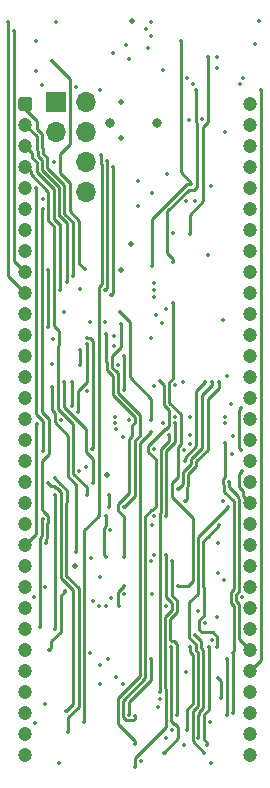
<source format=gbr>
G04 #@! TF.GenerationSoftware,KiCad,Pcbnew,(5.1.2)-1*
G04 #@! TF.CreationDate,2019-12-23T21:44:57-05:00*
G04 #@! TF.ProjectId,C64CPLA,43363443-504c-4412-9e6b-696361645f70,rev?*
G04 #@! TF.SameCoordinates,Original*
G04 #@! TF.FileFunction,Copper,L3,Inr*
G04 #@! TF.FilePolarity,Positive*
%FSLAX46Y46*%
G04 Gerber Fmt 4.6, Leading zero omitted, Abs format (unit mm)*
G04 Created by KiCad (PCBNEW (5.1.2)-1) date 2019-12-23 21:44:57*
%MOMM*%
%LPD*%
G04 APERTURE LIST*
%ADD10R,1.700000X1.700000*%
%ADD11O,1.700000X1.700000*%
%ADD12C,1.200000*%
%ADD13C,0.100000*%
%ADD14C,0.350000*%
%ADD15C,0.500000*%
%ADD16C,0.800000*%
%ADD17C,0.280000*%
%ADD18C,0.250000*%
G04 APERTURE END LIST*
D10*
X96583500Y-50673000D03*
D11*
X99123500Y-50673000D03*
X96583500Y-53213000D03*
X99123500Y-53213000D03*
X99123500Y-55753000D03*
X99123500Y-58293000D03*
D12*
X113030000Y-50800000D03*
D13*
G36*
X94309405Y-50201445D02*
G01*
X94338527Y-50205764D01*
X94367085Y-50212918D01*
X94394805Y-50222836D01*
X94421419Y-50235424D01*
X94446671Y-50250559D01*
X94470318Y-50268097D01*
X94492132Y-50287868D01*
X94511903Y-50309682D01*
X94529441Y-50333329D01*
X94544576Y-50358581D01*
X94557164Y-50385195D01*
X94567082Y-50412915D01*
X94574236Y-50441473D01*
X94578555Y-50470595D01*
X94580000Y-50500000D01*
X94580000Y-51100000D01*
X94578555Y-51129405D01*
X94574236Y-51158527D01*
X94567082Y-51187085D01*
X94557164Y-51214805D01*
X94544576Y-51241419D01*
X94529441Y-51266671D01*
X94511903Y-51290318D01*
X94492132Y-51312132D01*
X94470318Y-51331903D01*
X94446671Y-51349441D01*
X94421419Y-51364576D01*
X94394805Y-51377164D01*
X94367085Y-51387082D01*
X94338527Y-51394236D01*
X94309405Y-51398555D01*
X94280000Y-51400000D01*
X93680000Y-51400000D01*
X93650595Y-51398555D01*
X93621473Y-51394236D01*
X93592915Y-51387082D01*
X93565195Y-51377164D01*
X93538581Y-51364576D01*
X93513329Y-51349441D01*
X93489682Y-51331903D01*
X93467868Y-51312132D01*
X93448097Y-51290318D01*
X93430559Y-51266671D01*
X93415424Y-51241419D01*
X93402836Y-51214805D01*
X93392918Y-51187085D01*
X93385764Y-51158527D01*
X93381445Y-51129405D01*
X93380000Y-51100000D01*
X93380000Y-50500000D01*
X93381445Y-50470595D01*
X93385764Y-50441473D01*
X93392918Y-50412915D01*
X93402836Y-50385195D01*
X93415424Y-50358581D01*
X93430559Y-50333329D01*
X93448097Y-50309682D01*
X93467868Y-50287868D01*
X93489682Y-50268097D01*
X93513329Y-50250559D01*
X93538581Y-50235424D01*
X93565195Y-50222836D01*
X93592915Y-50212918D01*
X93621473Y-50205764D01*
X93650595Y-50201445D01*
X93680000Y-50200000D01*
X94280000Y-50200000D01*
X94309405Y-50201445D01*
X94309405Y-50201445D01*
G37*
D12*
X93980000Y-50800000D03*
X113030000Y-52578000D03*
X93980000Y-52578000D03*
X113030000Y-54356000D03*
X93980000Y-54356000D03*
X113030000Y-56134000D03*
X93980000Y-56134000D03*
X113030000Y-57912000D03*
X93980000Y-57912000D03*
X113030000Y-59690000D03*
X93980000Y-59690000D03*
X113030000Y-61468000D03*
X93980000Y-61468000D03*
X113030000Y-63246000D03*
X93980000Y-63246000D03*
X113030000Y-65024000D03*
X93980000Y-65024000D03*
X113030000Y-66802000D03*
X93980000Y-66802000D03*
X113030000Y-68580000D03*
X93980000Y-68580000D03*
X113030000Y-70358000D03*
X93980000Y-70358000D03*
X113030000Y-72136000D03*
X93980000Y-72136000D03*
X113030000Y-73914000D03*
X93980000Y-73914000D03*
X113030000Y-75692000D03*
X93980000Y-75692000D03*
X113030000Y-77470000D03*
X93980000Y-77470000D03*
X113030000Y-79248000D03*
X93980000Y-79248000D03*
X113030000Y-81026000D03*
X93980000Y-81026000D03*
X113030000Y-82804000D03*
X93980000Y-82804000D03*
X113030000Y-84582000D03*
X93980000Y-84582000D03*
X113030000Y-86360000D03*
X93980000Y-86360000D03*
X113030000Y-88138000D03*
X93980000Y-88138000D03*
X113030000Y-89916000D03*
X93980000Y-89916000D03*
X113030000Y-91694000D03*
X93980000Y-91694000D03*
X113030000Y-93472000D03*
X93980000Y-93472000D03*
X113030000Y-95250000D03*
X93980000Y-95250000D03*
X113030000Y-97028000D03*
X93980000Y-97028000D03*
X113030000Y-98806000D03*
X93980000Y-98806000D03*
X113030000Y-100584000D03*
X93980000Y-100584000D03*
X113030000Y-102362000D03*
X93980000Y-102362000D03*
X113030000Y-104140000D03*
X93980000Y-104140000D03*
X113030000Y-105918000D03*
X93980000Y-105918000D03*
D14*
X110299500Y-99441000D03*
X102235000Y-99885500D03*
X111379000Y-76200000D03*
X100330000Y-98298000D03*
X101854000Y-72898000D03*
X103505000Y-59436000D03*
X96266000Y-72834500D03*
X103505000Y-57340500D03*
X102732840Y-77543660D03*
X110553500Y-101092000D03*
X113792000Y-43766500D03*
D15*
X102997000Y-43830000D03*
X102933500Y-62674500D03*
D14*
X105981500Y-56769000D03*
X94899480Y-48008540D03*
X105633520Y-47922180D03*
X110744000Y-69088000D03*
X96329500Y-70675500D03*
X107569000Y-98869500D03*
X100330000Y-99949000D03*
X103759000Y-106426000D03*
X96837500Y-106616500D03*
X104711500Y-92265500D03*
X101663500Y-99314000D03*
X111061500Y-73850500D03*
X100330000Y-90868500D03*
X97282000Y-68453000D03*
X110871000Y-53213000D03*
X108966000Y-52070000D03*
X107823000Y-52197000D03*
X101155500Y-86868000D03*
X98552000Y-81915000D03*
X106490000Y-61721500D03*
X107590000Y-59034000D03*
X107315000Y-74358500D03*
X105671010Y-77843990D03*
X104644190Y-70610730D03*
D16*
X105092500Y-52451000D03*
X101155500Y-52451000D03*
D14*
X111506000Y-80454500D03*
X104711500Y-58356500D03*
X113432040Y-45765000D03*
X102537260Y-45847000D03*
X107442000Y-105092500D03*
D15*
X100882250Y-82188250D03*
X102108000Y-50673000D03*
X102108000Y-53657500D03*
X102108000Y-64833500D03*
X98171000Y-89916000D03*
D14*
X101536500Y-77343000D03*
X98298000Y-88773000D03*
X96202500Y-74739500D03*
X101536500Y-77851000D03*
X96393000Y-55753000D03*
X101663500Y-78359000D03*
X95440500Y-58864500D03*
X104711500Y-64516000D03*
X108045250Y-57562750D03*
X94903500Y-45507700D03*
X107124500Y-45466000D03*
X93054999Y-44604499D03*
X109474000Y-63627000D03*
X98996500Y-64770000D03*
X96266000Y-47180500D03*
X95186500Y-95059500D03*
X95440500Y-85979000D03*
X99441000Y-97282000D03*
X111093250Y-97821750D03*
X111093250Y-102520750D03*
X112395000Y-48577500D03*
X107632500Y-48577500D03*
X102743000Y-46990000D03*
X110236000Y-47752000D03*
X107886500Y-61785500D03*
X109474000Y-46863000D03*
X101409500Y-46489999D03*
X98593000Y-66443500D03*
X100330000Y-49657000D03*
X110236000Y-46863000D03*
X111252000Y-82804000D03*
X104635300Y-97790000D03*
X102755700Y-102514400D03*
X112141000Y-49085500D03*
X108140500Y-49085500D03*
X97625500Y-103949500D03*
X96456500Y-82486500D03*
X98298000Y-49339500D03*
X104330500Y-46101000D03*
X96583500Y-43878500D03*
X104584500Y-45085000D03*
X97453500Y-102171500D03*
X95885000Y-82867500D03*
X104203500Y-44450000D03*
X95405002Y-49177002D03*
X99631500Y-80010000D03*
X104902000Y-85725000D03*
X104902000Y-80010000D03*
X99187000Y-70612000D03*
X92554998Y-43850498D03*
X104612502Y-43850498D03*
X106680000Y-77343000D03*
X105918000Y-85725000D03*
X106680000Y-77843001D03*
X101981000Y-68389500D03*
X104648000Y-77533500D03*
X102362000Y-72136000D03*
X102362000Y-74993500D03*
X94996000Y-77914500D03*
X96964500Y-77533500D03*
X99123500Y-81534000D03*
X96520000Y-95250000D03*
X96520000Y-83947000D03*
X99173000Y-83947000D03*
X101028500Y-83947000D03*
X101028500Y-84963000D03*
X100203000Y-85661500D03*
X98940999Y-103144699D03*
X109643801Y-103144699D03*
X100393500Y-55118000D03*
X102362000Y-89154000D03*
X100774500Y-70294500D03*
X95885000Y-69659500D03*
X95885000Y-64833500D03*
X104648000Y-89535000D03*
X104838500Y-65976500D03*
X105854500Y-104457500D03*
X98044000Y-65341500D03*
X104838500Y-89027000D03*
X104838500Y-66548000D03*
X105346500Y-101155500D03*
X97472500Y-65849500D03*
X104711500Y-86487000D03*
X104838500Y-67119500D03*
X109388000Y-105115000D03*
X109494320Y-96774000D03*
X96901000Y-66548000D03*
X110680500Y-84455000D03*
X95440500Y-59690000D03*
X110331250Y-87979250D03*
X95726250Y-87979250D03*
X107378500Y-80137000D03*
X95440500Y-80200500D03*
X94905001Y-57939499D03*
X110921500Y-79515000D03*
X111594900Y-102362000D03*
X100971350Y-97783650D03*
X95636510Y-101657990D03*
X105219500Y-101854000D03*
X111569500Y-97282000D03*
X105918000Y-68135500D03*
X101473000Y-70421500D03*
X98417001Y-76919199D03*
X94678500Y-92583000D03*
X99192459Y-71178041D03*
X109664500Y-57785000D03*
X108331000Y-58991500D03*
X105029000Y-68643500D03*
X101473000Y-71310500D03*
X100774500Y-93281500D03*
X102298500Y-84963000D03*
X105537000Y-69342000D03*
X102108000Y-69405500D03*
X107505500Y-84455000D03*
X110340000Y-74318000D03*
X109791500Y-74358500D03*
X106870500Y-83439000D03*
X104860090Y-74697590D03*
X112268000Y-76581000D03*
X112268000Y-80137000D03*
X111125000Y-84963000D03*
X109093000Y-105727500D03*
X107505500Y-81026000D03*
X109220000Y-74358500D03*
X105410000Y-74295000D03*
X103255701Y-102611299D03*
X100203000Y-93281500D03*
X110761401Y-91079699D03*
X110871000Y-77343000D03*
X106680000Y-74612500D03*
X103251000Y-104965500D03*
X104648000Y-78549500D03*
X107942500Y-77350500D03*
X111569500Y-78930500D03*
X110363000Y-86487000D03*
X110248700Y-96761300D03*
X107886500Y-96774000D03*
X107632500Y-103822500D03*
X110871000Y-77851000D03*
X99695000Y-92925900D03*
X110261400Y-90563700D03*
X105867200Y-93332300D03*
X107886500Y-79629000D03*
X102336600Y-91592400D03*
X101930200Y-93306900D03*
X107886500Y-78867000D03*
X100711000Y-66548000D03*
X101274501Y-92677359D03*
X100901500Y-55626000D03*
X101219000Y-66992500D03*
X102328549Y-92324351D03*
X101409500Y-56134000D03*
X98615500Y-72898000D03*
X98615500Y-71628000D03*
X102235000Y-78994000D03*
X97917000Y-74358500D03*
X97917000Y-76390500D03*
X97282000Y-74358500D03*
X99695000Y-82931000D03*
X112331500Y-81915000D03*
X99441000Y-69278500D03*
X100774500Y-85661500D03*
X100774500Y-89154000D03*
X109664500Y-106616500D03*
X105854500Y-89027000D03*
X103281990Y-106964990D03*
X106418999Y-103815499D03*
X106359960Y-89535000D03*
X106832210Y-102590790D03*
X94767400Y-103251000D03*
X95686501Y-91698701D03*
X100711000Y-69278500D03*
X106489500Y-67627500D03*
X106934000Y-91630500D03*
X108585000Y-93726000D03*
X110236000Y-94234000D03*
X109220000Y-94742000D03*
X106489500Y-64198500D03*
X108465999Y-49674401D03*
X113955001Y-49620999D03*
X108641000Y-104465000D03*
X108376720Y-95758000D03*
X106172000Y-78867000D03*
X105346500Y-100584000D03*
X97345500Y-92075000D03*
X96012000Y-97028000D03*
X109748699Y-96223199D03*
X105727500Y-105727500D03*
X106326511Y-96771889D03*
X112331500Y-92583000D03*
X99194620Y-75087480D03*
X99504500Y-89281000D03*
D17*
X110553500Y-99695000D02*
X110299500Y-99441000D01*
X110553500Y-101092000D02*
X110553500Y-99695000D01*
D18*
X98298000Y-88773000D02*
X98298000Y-83121500D01*
X98298000Y-83037412D02*
X97593990Y-82333402D01*
X98298000Y-83121500D02*
X98298000Y-83037412D01*
X96464499Y-76950821D02*
X96202500Y-76688822D01*
X96464499Y-77773501D02*
X96464499Y-76950821D01*
X97593990Y-82333402D02*
X97593990Y-78902992D01*
X97593990Y-78902992D02*
X96464499Y-77773501D01*
X96202500Y-76688822D02*
X96202500Y-74739500D01*
X96202500Y-74739500D02*
X96202500Y-74739500D01*
X107797763Y-57562750D02*
X108045250Y-57562750D01*
X107668840Y-57562750D02*
X107797763Y-57562750D01*
X104711500Y-60520090D02*
X107668840Y-57562750D01*
X104711500Y-64516000D02*
X104711500Y-60520090D01*
X108045250Y-57499250D02*
X107124500Y-56578500D01*
X108045250Y-57562750D02*
X108045250Y-57499250D01*
X107124500Y-56578500D02*
X107124500Y-45466000D01*
X107124500Y-45466000D02*
X107124500Y-45466000D01*
X93054999Y-64098999D02*
X93054999Y-44604499D01*
X93980000Y-65024000D02*
X93054999Y-64098999D01*
X93054999Y-44604499D02*
X93054999Y-44604499D01*
X96266000Y-47180500D02*
X96266000Y-47180500D01*
X98552000Y-60721868D02*
X98552000Y-64325500D01*
X97740541Y-59910409D02*
X98552000Y-60721868D01*
X98552000Y-64325500D02*
X98996500Y-64770000D01*
X97758501Y-48673001D02*
X97758501Y-54196999D01*
X96266000Y-47180500D02*
X97758501Y-48673001D01*
X97758501Y-54196999D02*
X96893001Y-55062499D01*
X96893001Y-56641857D02*
X97740540Y-57489396D01*
X96893001Y-55062499D02*
X96893001Y-56641857D01*
X97740540Y-57489396D02*
X97740541Y-59910409D01*
X95186500Y-95059500D02*
X95186500Y-87693500D01*
X95186500Y-87693500D02*
X95186500Y-87567910D01*
X95186500Y-87567910D02*
X95355011Y-87399399D01*
X95355011Y-87399399D02*
X95355011Y-86064489D01*
X95355011Y-86064489D02*
X95440500Y-85979000D01*
X111093250Y-97821750D02*
X111093250Y-102520750D01*
X108995261Y-52780741D02*
X109474000Y-52302002D01*
X108995261Y-59067241D02*
X108995261Y-52780741D01*
X107886500Y-61785500D02*
X107886500Y-60176002D01*
X107886500Y-60176002D02*
X108995261Y-59067241D01*
X109474000Y-52302002D02*
X109474000Y-49085500D01*
X109474000Y-49085500D02*
X109474000Y-46863000D01*
X104635300Y-97790000D02*
X104635300Y-98037487D01*
X104635300Y-98037487D02*
X104635300Y-99466400D01*
X104635300Y-99466400D02*
X104635300Y-99593400D01*
X104635300Y-99593400D02*
X102755700Y-101473000D01*
X102755700Y-101473000D02*
X102755700Y-102514400D01*
X102755700Y-102514400D02*
X102755700Y-102514400D01*
X111252000Y-83248500D02*
X111252000Y-82804000D01*
X111979991Y-83976491D02*
X111252000Y-83248500D01*
X111979991Y-84168401D02*
X111979991Y-83976491D01*
X112077500Y-84265910D02*
X111979991Y-84168401D01*
X112104999Y-96102999D02*
X112104999Y-93154500D01*
X113030000Y-97028000D02*
X112104999Y-96102999D01*
X112104999Y-93154500D02*
X111831499Y-92881000D01*
X111831499Y-92881000D02*
X111831499Y-92342999D01*
X111831499Y-92342999D02*
X112077500Y-92096998D01*
X112077500Y-92096998D02*
X112077500Y-84265910D01*
X97625500Y-102739502D02*
X98490989Y-101874013D01*
X98490989Y-101874013D02*
X98490989Y-92075000D01*
X98490989Y-92075000D02*
X98490988Y-91816568D01*
X98490988Y-91816568D02*
X97420020Y-90745600D01*
X97470011Y-84527909D02*
X97470010Y-83520598D01*
X97420020Y-90745600D02*
X97420020Y-84577900D01*
X97420020Y-84577900D02*
X97470011Y-84527909D01*
X97470010Y-83520598D02*
X96922456Y-82973044D01*
X97625500Y-103949500D02*
X97625500Y-102739502D01*
X96922456Y-82973044D02*
X96922456Y-82952456D01*
X96922456Y-82952456D02*
X96456500Y-82486500D01*
X96456500Y-82486500D02*
X96456500Y-82486500D01*
X96583500Y-83312000D02*
X96398510Y-83127010D01*
X97020001Y-83706999D02*
X96625002Y-83312000D01*
X96625002Y-83312000D02*
X96583500Y-83312000D01*
X98040979Y-101584021D02*
X98040979Y-92002969D01*
X97453500Y-102171500D02*
X98040979Y-101584021D01*
X98040979Y-92002969D02*
X96970010Y-90932000D01*
X96970010Y-90932000D02*
X96970010Y-84391500D01*
X96970010Y-84391500D02*
X97020001Y-84341509D01*
X97020001Y-84341509D02*
X97020001Y-83706999D01*
X96398510Y-83127010D02*
X96144510Y-83127010D01*
X96144510Y-83127010D02*
X95885000Y-82867500D01*
X95885000Y-82867500D02*
X95885000Y-82867500D01*
X99695000Y-77216000D02*
X99695000Y-79946500D01*
X99695000Y-79946500D02*
X99631500Y-80010000D01*
X99695000Y-70872513D02*
X99695000Y-71056500D01*
X99434487Y-70612000D02*
X99695000Y-70872513D01*
X99187000Y-70612000D02*
X99434487Y-70612000D01*
X99695000Y-71056500D02*
X99695000Y-77216000D01*
X92554998Y-65376998D02*
X92554998Y-43850498D01*
X93980000Y-66802000D02*
X92554998Y-65376998D01*
X92554998Y-43850498D02*
X92554998Y-43850498D01*
X105918000Y-85725000D02*
X105918001Y-80221087D01*
X105918001Y-80221087D02*
X106680000Y-79459088D01*
X106680000Y-79459088D02*
X106680000Y-78041500D01*
X106680000Y-78041500D02*
X106680000Y-77843001D01*
X106680000Y-77843001D02*
X106680000Y-77843001D01*
X104648000Y-75755500D02*
X104648000Y-77533500D01*
X102862001Y-73969501D02*
X104648000Y-75755500D01*
X101981000Y-68389500D02*
X102862001Y-69270501D01*
X102862001Y-69270501D02*
X102862001Y-73969501D01*
X102362000Y-72136000D02*
X102362000Y-74993500D01*
X102362000Y-74993500D02*
X102362000Y-74993500D01*
X94905001Y-87212999D02*
X94905001Y-78005499D01*
X93980000Y-88138000D02*
X94905001Y-87212999D01*
X94905001Y-78005499D02*
X94996000Y-77914500D01*
X94996000Y-77914500D02*
X94996000Y-77914500D01*
X96520000Y-95250000D02*
X96520000Y-83947000D01*
X96520000Y-83947000D02*
X96520000Y-83947000D01*
X99173000Y-83276002D02*
X98044000Y-82147002D01*
X99173000Y-83947000D02*
X99173000Y-83276002D01*
X98044000Y-82147002D02*
X98044000Y-77893912D01*
X96781999Y-76631911D02*
X96781999Y-71280503D01*
X98044000Y-77893912D02*
X96781999Y-76631911D01*
X96781999Y-71280503D02*
X96837500Y-71225002D01*
X96837500Y-70040500D02*
X96837500Y-70421500D01*
X96393000Y-69596000D02*
X96837500Y-70040500D01*
X96393000Y-61166498D02*
X96393000Y-69596000D01*
X95940501Y-58234997D02*
X95940501Y-60713999D01*
X96837500Y-71225002D02*
X96837500Y-70421500D01*
X93980000Y-56134000D02*
X94107000Y-56134000D01*
X94107000Y-56134000D02*
X94482490Y-56509490D01*
X95940501Y-60713999D02*
X96393000Y-61166498D01*
X94482490Y-56509490D02*
X94482490Y-56776986D01*
X94482490Y-56776986D02*
X95940501Y-58234997D01*
X101028500Y-83947000D02*
X101028500Y-84963000D01*
X100203000Y-85661500D02*
X100203000Y-85661500D01*
X98940999Y-86923501D02*
X98940999Y-103144699D01*
X100203000Y-85661500D02*
X98940999Y-86923501D01*
X98940999Y-103144699D02*
X98940999Y-103144699D01*
X100203000Y-66500000D02*
X100203000Y-85661500D01*
X100203000Y-66294000D02*
X100203000Y-66500000D01*
X100451490Y-66045510D02*
X100203000Y-66294000D01*
X100451490Y-55915992D02*
X100451490Y-66045510D01*
X100393500Y-55118000D02*
X100393500Y-55858002D01*
X100393500Y-55858002D02*
X100451490Y-55915992D01*
X100774500Y-70294500D02*
X100774500Y-70294500D01*
X102362000Y-85788500D02*
X102362000Y-89154000D01*
X103232841Y-77303659D02*
X103232841Y-77783661D01*
X101403990Y-73824402D02*
X101403991Y-75474809D01*
X100774500Y-70294500D02*
X100774500Y-72580500D01*
X100903990Y-73324402D02*
X101403990Y-73824402D01*
X100903989Y-72709989D02*
X100903990Y-73324402D01*
X100774500Y-72580500D02*
X100903989Y-72709989D01*
X101403991Y-75474809D02*
X103232841Y-77303659D01*
X103232841Y-77783661D02*
X102975002Y-78041500D01*
X102975002Y-78041500D02*
X102975002Y-78949678D01*
X101798499Y-84722999D02*
X101798499Y-85224999D01*
X102975002Y-78949678D02*
X102785269Y-79139411D01*
X102785269Y-79139411D02*
X102785269Y-83777731D01*
X102785269Y-83777731D02*
X102100001Y-84462999D01*
X102100001Y-84462999D02*
X102058499Y-84462999D01*
X101798499Y-85224999D02*
X102362000Y-85788500D01*
X102058499Y-84462999D02*
X101798499Y-84722999D01*
X95885000Y-64833500D02*
X95885000Y-69659500D01*
X98044000Y-60850278D02*
X98044000Y-65341500D01*
X97290531Y-57675797D02*
X97290531Y-60096809D01*
X95832520Y-55344698D02*
X95832520Y-56217786D01*
X95509510Y-54612690D02*
X95509510Y-55021688D01*
X95832520Y-56217786D02*
X97290531Y-57675797D01*
X93980000Y-50800000D02*
X93980000Y-51208998D01*
X93980000Y-51208998D02*
X94996000Y-52224998D01*
X97290531Y-60096809D02*
X98044000Y-60850278D01*
X94996000Y-52957590D02*
X95382510Y-53344100D01*
X94996000Y-52224998D02*
X94996000Y-52957590D01*
X95382510Y-53344100D02*
X95382510Y-54485690D01*
X95509510Y-55021688D02*
X95832520Y-55344698D01*
X95382510Y-54485690D02*
X95509510Y-54612690D01*
X95382510Y-55531098D02*
X95059500Y-55208088D01*
X95382510Y-56263690D02*
X95382510Y-55531098D01*
X95382510Y-56404186D02*
X96840521Y-57862197D01*
X95382510Y-56263690D02*
X95382510Y-56404186D01*
X96840521Y-57862197D02*
X96840521Y-60341199D01*
X96898511Y-60341199D02*
X97472500Y-60915188D01*
X96840521Y-60341199D02*
X96898511Y-60341199D01*
X97472500Y-60915188D02*
X97472500Y-65849500D01*
X95030008Y-54769598D02*
X95030008Y-55178596D01*
X94932500Y-54672090D02*
X95030008Y-54769598D01*
X93980000Y-52578000D02*
X94932500Y-53530500D01*
X94932500Y-53530500D02*
X94932500Y-54672090D01*
X95030008Y-55178596D02*
X95046206Y-55194794D01*
X94932500Y-55717498D02*
X94932500Y-56450090D01*
X94579999Y-55364997D02*
X94932500Y-55717498D01*
X93980000Y-54356000D02*
X94579999Y-54955999D01*
X94579999Y-54955999D02*
X94579999Y-55364997D01*
X109388000Y-105115000D02*
X109388000Y-104867513D01*
X109388000Y-104867513D02*
X109143800Y-104623313D01*
X109494320Y-96774000D02*
X109494320Y-102141020D01*
X109143800Y-102491540D02*
X109143800Y-104623313D01*
X109494320Y-102141020D02*
X109143800Y-102491540D01*
X94932500Y-56590586D02*
X96390511Y-58048597D01*
X94932500Y-56450090D02*
X94932500Y-56590586D01*
X96390511Y-60527599D02*
X96843010Y-60980098D01*
X96390511Y-58048597D02*
X96390511Y-60527599D01*
X96901000Y-60980098D02*
X96901000Y-66548000D01*
X95946011Y-78991511D02*
X95946010Y-77488098D01*
X95948500Y-79121000D02*
X95948500Y-78994000D01*
X95948500Y-78994000D02*
X95946011Y-78991511D01*
X95946010Y-77488098D02*
X95355011Y-76897099D01*
X95355011Y-76897099D02*
X95355011Y-76322401D01*
X95355011Y-76322401D02*
X95355011Y-59838989D01*
X95355011Y-59838989D02*
X95355011Y-59775489D01*
X95355011Y-59775489D02*
X95440500Y-59690000D01*
X95440500Y-59690000D02*
X95440500Y-59690000D01*
X95355011Y-81025991D02*
X95948500Y-80432502D01*
X95940501Y-85738999D02*
X95482002Y-85280500D01*
X95948500Y-79375000D02*
X95948500Y-79121000D01*
X95355011Y-85131511D02*
X95355011Y-81025991D01*
X95726250Y-87979250D02*
X95726250Y-87664570D01*
X95948500Y-80432502D02*
X95948500Y-79375000D01*
X95726250Y-87664570D02*
X95805021Y-87585799D01*
X95482002Y-85258502D02*
X95355011Y-85131511D01*
X95940501Y-86219001D02*
X95940501Y-85738999D01*
X95805021Y-87585799D02*
X95805021Y-86354481D01*
X95482002Y-85280500D02*
X95482002Y-85258502D01*
X95805021Y-86354481D02*
X95940501Y-86219001D01*
X95496001Y-78154501D02*
X95496001Y-77674499D01*
X95440500Y-80200500D02*
X95440500Y-78210002D01*
X95440500Y-78210002D02*
X95496001Y-78154501D01*
X94905001Y-77083499D02*
X94905001Y-76136001D01*
X95496001Y-77674499D02*
X94905001Y-77083499D01*
X94905001Y-76136001D02*
X94905001Y-57939499D01*
X94905001Y-57939499D02*
X94905001Y-57939499D01*
X111569500Y-97198978D02*
X111569500Y-97282000D01*
X111654989Y-97113489D02*
X111569500Y-97198978D01*
X111654989Y-93340900D02*
X111654989Y-97113489D01*
X111381490Y-93067401D02*
X111654989Y-93340900D01*
X111627490Y-91910598D02*
X111381489Y-92156599D01*
X111627490Y-84452310D02*
X111627490Y-91910598D01*
X110921500Y-79515000D02*
X110921500Y-82394498D01*
X110744000Y-82571998D02*
X110744000Y-82994500D01*
X110744000Y-82994500D02*
X110801990Y-83052490D01*
X110921500Y-82394498D02*
X110744000Y-82571998D01*
X110801990Y-83052490D02*
X110801990Y-83626810D01*
X111381489Y-92156599D02*
X111381490Y-93067401D01*
X110801990Y-83626810D02*
X111627490Y-84452310D01*
X111569500Y-97536000D02*
X111569500Y-97282000D01*
X111594900Y-102362000D02*
X111594900Y-97561400D01*
X111594900Y-97561400D02*
X111569500Y-97536000D01*
X98417001Y-75125097D02*
X98417001Y-76919199D01*
X99192459Y-74349639D02*
X98417001Y-75125097D01*
X99192459Y-71178041D02*
X99192459Y-74349639D01*
X103235279Y-84026221D02*
X102298500Y-84963000D01*
X103235279Y-79325811D02*
X103235279Y-84026221D01*
X103682851Y-78878239D02*
X103235279Y-79325811D01*
X101854000Y-75288408D02*
X103682851Y-77117259D01*
X101854000Y-73596500D02*
X101854000Y-75288408D01*
X102108000Y-71415502D02*
X101353999Y-72169503D01*
X102108000Y-69405500D02*
X102108000Y-71415502D01*
X101353999Y-72169503D02*
X101353999Y-73138001D01*
X101353999Y-73138001D02*
X101621998Y-73406000D01*
X101621998Y-73406000D02*
X101663500Y-73406000D01*
X103682851Y-77117259D02*
X103682851Y-78878239D01*
X101663500Y-73406000D02*
X101854000Y-73596500D01*
X110363000Y-74358500D02*
X110363000Y-74358500D01*
X110340000Y-74826000D02*
X110340000Y-74318000D01*
X109409497Y-75756503D02*
X110340000Y-74826000D01*
X109409497Y-80118825D02*
X109409497Y-75756503D01*
X108455510Y-81072812D02*
X109409497Y-80118825D01*
X107680499Y-84280001D02*
X107680499Y-83265411D01*
X107505500Y-84455000D02*
X107680499Y-84280001D01*
X107680499Y-83265411D02*
X107778517Y-83167391D01*
X107778517Y-83167391D02*
X107778517Y-82129395D01*
X107778517Y-82129395D02*
X108455510Y-81452402D01*
X108455510Y-81452402D02*
X108455510Y-81072812D01*
X109791500Y-74358500D02*
X109791500Y-74358500D01*
X106870500Y-83439000D02*
X106870500Y-83439000D01*
X107328509Y-81942993D02*
X107328508Y-82980992D01*
X109791500Y-74605987D02*
X108959487Y-75438000D01*
X108959487Y-75438000D02*
X108959487Y-79932425D01*
X108959487Y-79932425D02*
X108005501Y-80886411D01*
X108005501Y-80886411D02*
X108005501Y-81266001D01*
X107328508Y-82980992D02*
X106870500Y-83439000D01*
X109791500Y-74358500D02*
X109791500Y-74605987D01*
X108005501Y-81266001D02*
X107328509Y-81942993D01*
X112093001Y-76755999D02*
X112093001Y-79740499D01*
X112268000Y-76581000D02*
X112093001Y-76755999D01*
X112093001Y-79740499D02*
X112093001Y-79962001D01*
X112093001Y-79962001D02*
X112268000Y-80137000D01*
X112268000Y-80137000D02*
X112268000Y-80137000D01*
X109093000Y-105727500D02*
X109093000Y-105727500D01*
X108605510Y-92286492D02*
X108605510Y-87482490D01*
X108605510Y-87482490D02*
X111125000Y-84963000D01*
X107876719Y-93015283D02*
X108605510Y-92286492D01*
X107876719Y-95998001D02*
X107876719Y-93015283D01*
X108444491Y-96565773D02*
X107876719Y-95998001D01*
X109093000Y-105727500D02*
X108140999Y-104775499D01*
X108140999Y-104775499D02*
X108140999Y-102221521D01*
X108140999Y-102221521D02*
X108594300Y-101768220D01*
X108594300Y-97250392D02*
X108444491Y-97100583D01*
X108594300Y-101768220D02*
X108594300Y-97250392D01*
X108444491Y-97100583D02*
X108444491Y-96565773D01*
X109220000Y-74358500D02*
X109220000Y-74358500D01*
X108442501Y-75135999D02*
X109220000Y-74358500D01*
X108442501Y-79813001D02*
X108442501Y-75135999D01*
X107505500Y-81026000D02*
X107505500Y-80750002D01*
X107505500Y-80750002D02*
X108442501Y-79813001D01*
X105729989Y-74614989D02*
X105410000Y-74295000D01*
X105729989Y-76289397D02*
X105729989Y-74614989D01*
X106172000Y-76731408D02*
X105729989Y-76289397D01*
X102255699Y-101336591D02*
X104135299Y-99456991D01*
X104135299Y-99456991D02*
X104135299Y-85751699D01*
X102255699Y-102754401D02*
X102255699Y-101336591D01*
X106172000Y-78083002D02*
X106172000Y-76731408D01*
X102515699Y-103014401D02*
X102255699Y-102754401D01*
X103100086Y-103014401D02*
X102515699Y-103014401D01*
X104401999Y-80250001D02*
X104401999Y-79769999D01*
X103255701Y-102858786D02*
X103100086Y-103014401D01*
X104135299Y-85751699D02*
X104661999Y-85224999D01*
X104661999Y-85224999D02*
X104703501Y-85224999D01*
X105828007Y-78343991D02*
X105911011Y-78343991D01*
X104703501Y-85224999D02*
X105017982Y-84910518D01*
X105017982Y-80865984D02*
X104401999Y-80250001D01*
X103255701Y-102611299D02*
X103255701Y-102858786D01*
X105017982Y-84910518D02*
X105017982Y-80865984D01*
X104401999Y-79769999D02*
X105828007Y-78343991D01*
X105911011Y-78343991D02*
X106172000Y-78083002D01*
X101805689Y-103272702D02*
X101805689Y-101150191D01*
X103251000Y-104965500D02*
X103251000Y-104718013D01*
X103251000Y-104718013D02*
X101805689Y-103272702D01*
X101805689Y-101150191D02*
X103685289Y-99270591D01*
X103685289Y-99270591D02*
X103685289Y-79512211D01*
X103685289Y-79512211D02*
X104648000Y-78549500D01*
X104648000Y-78549500D02*
X104648000Y-78549500D01*
X110363000Y-86487000D02*
X109410500Y-87439500D01*
X109410500Y-87439500D02*
X109055520Y-87794480D01*
X109055520Y-87794480D02*
X109055520Y-91694000D01*
X109055520Y-91694000D02*
X109093000Y-91731480D01*
X108719999Y-94501999D02*
X108719999Y-94982001D01*
X109093000Y-91731480D02*
X109093000Y-94128998D01*
X109093000Y-94128998D02*
X108719999Y-94501999D01*
X110248700Y-95950240D02*
X110248700Y-96761300D01*
X109842238Y-95543778D02*
X110248700Y-95950240D01*
X108902500Y-95543778D02*
X109842238Y-95543778D01*
X108719999Y-94982001D02*
X108719999Y-95361277D01*
X108719999Y-95361277D02*
X108902500Y-95543778D01*
X107886500Y-97179002D02*
X107886500Y-96774000D01*
X107632500Y-103822500D02*
X107632500Y-102362000D01*
X107690989Y-102303511D02*
X107690989Y-102035121D01*
X107690989Y-102035121D02*
X108144290Y-101581820D01*
X108144290Y-101581820D02*
X108144290Y-97436792D01*
X107632500Y-102362000D02*
X107690989Y-102303511D01*
X108144290Y-97436792D02*
X107886500Y-97179002D01*
X101828548Y-92100452D02*
X101828548Y-93205248D01*
X102336600Y-91592400D02*
X101828548Y-92100452D01*
X101828548Y-93205248D02*
X101930200Y-93306900D01*
X101930200Y-93306900D02*
X101930200Y-93306900D01*
X100901500Y-66357500D02*
X100711000Y-66548000D01*
X100901500Y-55650750D02*
X100901500Y-66357500D01*
X101409500Y-56134000D02*
X101409500Y-66745013D01*
X101219000Y-66992500D02*
X101219000Y-66992500D01*
X101409500Y-66802000D02*
X101409500Y-66745013D01*
X101219000Y-66992500D02*
X101409500Y-66802000D01*
X98615500Y-72898000D02*
X98615500Y-72650513D01*
X98615500Y-72650513D02*
X98615500Y-71628000D01*
X97917000Y-74358500D02*
X97917000Y-74605987D01*
X97917000Y-74605987D02*
X97917000Y-76390500D01*
X112430001Y-83982001D02*
X112430001Y-83664501D01*
X113030000Y-84582000D02*
X112430001Y-83982001D01*
X97282000Y-74605987D02*
X97282000Y-74358500D01*
X97282000Y-76495502D02*
X97282000Y-74605987D01*
X99750501Y-80869003D02*
X99123500Y-80242002D01*
X99750501Y-81774001D02*
X99750501Y-80869003D01*
X99695000Y-82931000D02*
X99695000Y-81829502D01*
X99695000Y-81829502D02*
X99750501Y-81774001D01*
X99123500Y-78337002D02*
X97282000Y-76495502D01*
X99123500Y-80242002D02*
X99123500Y-78337002D01*
X112104999Y-83248001D02*
X112104999Y-82205001D01*
X112430001Y-83664501D02*
X112430001Y-83573003D01*
X112430001Y-83573003D02*
X112104999Y-83248001D01*
X112104999Y-82205001D02*
X112104999Y-82141501D01*
X112104999Y-82141501D02*
X112331500Y-81915000D01*
X112331500Y-81915000D02*
X112331500Y-81915000D01*
X100599501Y-88979001D02*
X100774500Y-89154000D01*
X100599501Y-86683997D02*
X100599501Y-88979001D01*
X100774500Y-86508998D02*
X100599501Y-86683997D01*
X100774500Y-85661500D02*
X100774500Y-86508998D01*
X106382201Y-93642799D02*
X105815013Y-94209987D01*
X106382201Y-93085099D02*
X106382201Y-93642799D01*
X105854500Y-89027000D02*
X105854500Y-92557398D01*
X105854500Y-92557398D02*
X106382201Y-93085099D01*
D17*
X103266990Y-106949990D02*
X103281990Y-106949990D01*
D18*
X105815013Y-100290311D02*
X105861501Y-100336799D01*
X105815013Y-94209987D02*
X105815013Y-100290311D01*
X105861501Y-100336799D02*
X105861501Y-103561297D01*
D17*
X105861501Y-103561297D02*
X103243999Y-106178799D01*
X103243999Y-106178799D02*
X103243999Y-106926999D01*
X103243999Y-106926999D02*
X103266990Y-106949990D01*
D18*
X106359960Y-92426448D02*
X106359960Y-89535000D01*
X106832211Y-93829199D02*
X106832210Y-92898698D01*
X106832210Y-102590790D02*
X106832210Y-96537586D01*
X106832210Y-92898698D02*
X106359960Y-92426448D01*
X106832210Y-96537586D02*
X106560624Y-96266000D01*
X106560624Y-96266000D02*
X106362500Y-96266000D01*
X106362500Y-96266000D02*
X106265023Y-96168523D01*
X106265023Y-96168523D02*
X106265023Y-94396387D01*
X106265023Y-94396387D02*
X106832211Y-93829199D01*
X106179999Y-74372499D02*
X106489500Y-74062998D01*
X106489500Y-74062998D02*
X106489500Y-67627500D01*
X106179999Y-76102997D02*
X106179999Y-74372499D01*
X107180001Y-77102999D02*
X106179999Y-76102997D01*
X107180001Y-79595497D02*
X107180001Y-77102999D01*
X106878499Y-79896999D02*
X107180001Y-79595497D01*
X106878499Y-82415001D02*
X106878499Y-79896999D01*
X107711000Y-91630500D02*
X108155500Y-91186000D01*
X106934000Y-91630500D02*
X107711000Y-91630500D01*
X108155500Y-91186000D02*
X108155501Y-85845003D01*
X108155501Y-85845003D02*
X106370499Y-84060001D01*
X106370499Y-84060001D02*
X106370499Y-82923001D01*
X106370499Y-82923001D02*
X106878499Y-82415001D01*
X108545251Y-57802751D02*
X108545251Y-54570251D01*
X106489500Y-63951013D02*
X105989999Y-63451512D01*
X106489500Y-64198500D02*
X106489500Y-63951013D01*
X105989999Y-63451512D02*
X105989999Y-59878001D01*
X105989999Y-59878001D02*
X107805249Y-58062751D01*
X107805249Y-58062751D02*
X108285251Y-58062751D01*
X108285251Y-58062751D02*
X108545251Y-57802751D01*
X113955001Y-97880999D02*
X113955001Y-50010501D01*
X113030000Y-98806000D02*
X113955001Y-97880999D01*
X108465999Y-52310001D02*
X108465999Y-49674401D01*
X108545251Y-54570251D02*
X108545251Y-52389253D01*
X108545251Y-52389253D02*
X108465999Y-52310001D01*
X113955001Y-50010501D02*
X113955001Y-49811499D01*
X113955001Y-49811499D02*
X113955001Y-49620999D01*
X108894501Y-96275781D02*
X108376720Y-95758000D01*
X108641000Y-102572700D02*
X108693790Y-102519910D01*
X108641000Y-104465000D02*
X108641000Y-102572700D01*
X108693790Y-102519910D02*
X108693790Y-102305140D01*
X108693790Y-102305140D02*
X109044310Y-101954620D01*
X109044310Y-101954620D02*
X109044310Y-97063992D01*
X108894501Y-96914183D02*
X109044310Y-97063992D01*
X108894501Y-96275781D02*
X108894501Y-96914183D01*
X106172000Y-78867000D02*
X106172000Y-79330678D01*
X106172000Y-79330678D02*
X105467992Y-80034688D01*
X105417999Y-85484999D02*
X105417999Y-85965001D01*
X105467992Y-80034688D02*
X105467992Y-85435006D01*
X105467992Y-85435006D02*
X105417999Y-85484999D01*
X105354499Y-86028501D02*
X105346500Y-100584000D01*
X105417999Y-85965001D02*
X105354499Y-86028501D01*
X105346500Y-100584000D02*
X105354499Y-100576001D01*
X97020001Y-95009999D02*
X96970010Y-94960008D01*
X96970010Y-94960008D02*
X96970010Y-92450490D01*
X96970010Y-92450490D02*
X97345500Y-92075000D01*
X97345500Y-92075000D02*
X97345500Y-92075000D01*
X97020001Y-95490001D02*
X97020001Y-95009999D01*
X96186999Y-96323003D02*
X97020001Y-95490001D01*
X96186999Y-96853001D02*
X96186999Y-96323003D01*
X96012000Y-97028000D02*
X96186999Y-96853001D01*
X106326511Y-97508489D02*
X106326511Y-100144186D01*
X106326511Y-100144186D02*
X106326511Y-103088011D01*
X106919000Y-103575498D02*
X106919000Y-104536000D01*
X106659000Y-103315498D02*
X106919000Y-103575498D01*
X106326511Y-103088011D02*
X106553998Y-103315498D01*
X106553998Y-103315498D02*
X106659000Y-103315498D01*
X106919000Y-104536000D02*
X105727500Y-105727500D01*
X105727500Y-105727500D02*
X105727500Y-105727500D01*
X106326511Y-97508489D02*
X106326511Y-96771889D01*
M02*

</source>
